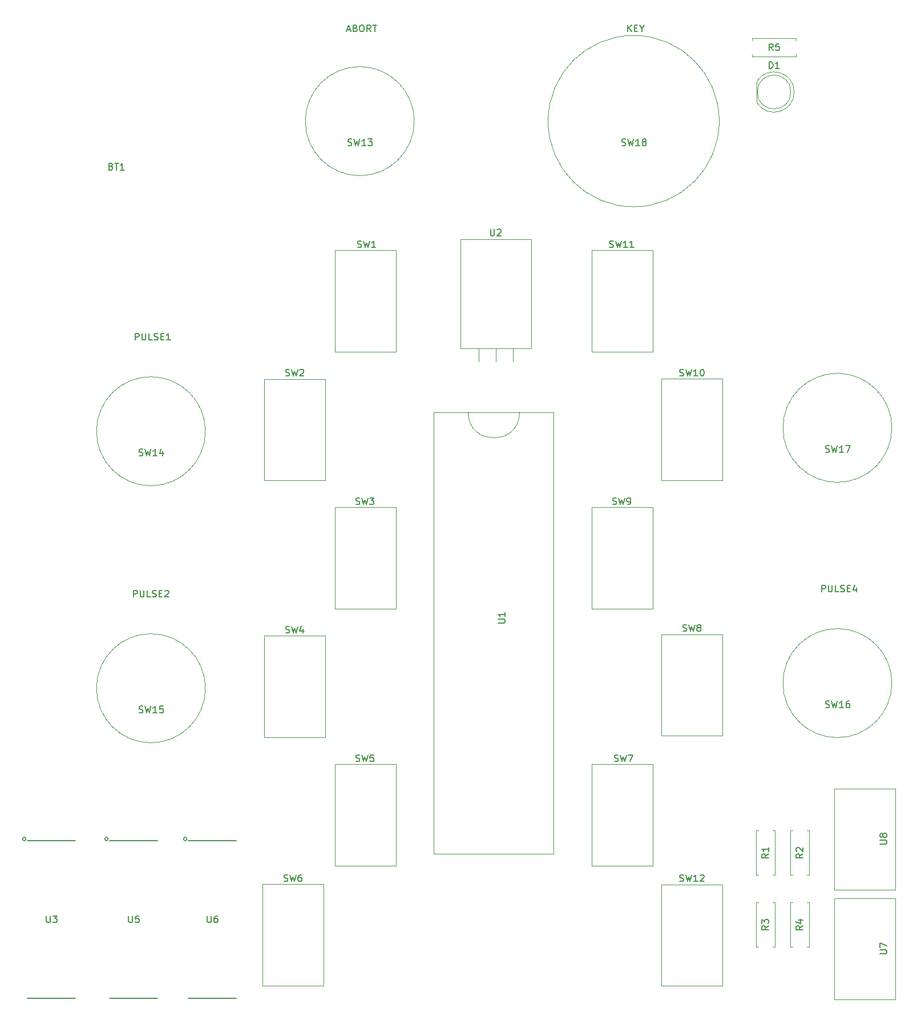
<source format=gto>
G04 #@! TF.GenerationSoftware,KiCad,Pcbnew,(5.1.10)-1*
G04 #@! TF.CreationDate,2021-07-26T11:56:24-04:00*
G04 #@! TF.ProjectId,Launchbox,4c61756e-6368-4626-9f78-2e6b69636164,Launchbox*
G04 #@! TF.SameCoordinates,Original*
G04 #@! TF.FileFunction,Legend,Top*
G04 #@! TF.FilePolarity,Positive*
%FSLAX46Y46*%
G04 Gerber Fmt 4.6, Leading zero omitted, Abs format (unit mm)*
G04 Created by KiCad (PCBNEW (5.1.10)-1) date 2021-07-26 11:56:24*
%MOMM*%
%LPD*%
G01*
G04 APERTURE LIST*
%ADD10C,0.150000*%
%ADD11C,0.120000*%
%ADD12C,0.101600*%
%ADD13C,0.203200*%
G04 APERTURE END LIST*
D10*
X119761142Y-32710380D02*
X119761142Y-31710380D01*
X120332571Y-32710380D02*
X119904000Y-32138952D01*
X120332571Y-31710380D02*
X119761142Y-32281809D01*
X120761142Y-32186571D02*
X121094476Y-32186571D01*
X121237333Y-32710380D02*
X120761142Y-32710380D01*
X120761142Y-31710380D01*
X121237333Y-31710380D01*
X121856380Y-32234190D02*
X121856380Y-32710380D01*
X121523047Y-31710380D02*
X121856380Y-32234190D01*
X122189714Y-31710380D01*
X46680761Y-78430380D02*
X46680761Y-77430380D01*
X47061714Y-77430380D01*
X47156952Y-77478000D01*
X47204571Y-77525619D01*
X47252190Y-77620857D01*
X47252190Y-77763714D01*
X47204571Y-77858952D01*
X47156952Y-77906571D01*
X47061714Y-77954190D01*
X46680761Y-77954190D01*
X47680761Y-77430380D02*
X47680761Y-78239904D01*
X47728380Y-78335142D01*
X47776000Y-78382761D01*
X47871238Y-78430380D01*
X48061714Y-78430380D01*
X48156952Y-78382761D01*
X48204571Y-78335142D01*
X48252190Y-78239904D01*
X48252190Y-77430380D01*
X49204571Y-78430380D02*
X48728380Y-78430380D01*
X48728380Y-77430380D01*
X49490285Y-78382761D02*
X49633142Y-78430380D01*
X49871238Y-78430380D01*
X49966476Y-78382761D01*
X50014095Y-78335142D01*
X50061714Y-78239904D01*
X50061714Y-78144666D01*
X50014095Y-78049428D01*
X49966476Y-78001809D01*
X49871238Y-77954190D01*
X49680761Y-77906571D01*
X49585523Y-77858952D01*
X49537904Y-77811333D01*
X49490285Y-77716095D01*
X49490285Y-77620857D01*
X49537904Y-77525619D01*
X49585523Y-77478000D01*
X49680761Y-77430380D01*
X49918857Y-77430380D01*
X50061714Y-77478000D01*
X50490285Y-77906571D02*
X50823619Y-77906571D01*
X50966476Y-78430380D02*
X50490285Y-78430380D01*
X50490285Y-77430380D01*
X50966476Y-77430380D01*
X51918857Y-78430380D02*
X51347428Y-78430380D01*
X51633142Y-78430380D02*
X51633142Y-77430380D01*
X51537904Y-77573238D01*
X51442666Y-77668476D01*
X51347428Y-77716095D01*
X78121142Y-32424666D02*
X78597333Y-32424666D01*
X78025904Y-32710380D02*
X78359238Y-31710380D01*
X78692571Y-32710380D01*
X79359238Y-32186571D02*
X79502095Y-32234190D01*
X79549714Y-32281809D01*
X79597333Y-32377047D01*
X79597333Y-32519904D01*
X79549714Y-32615142D01*
X79502095Y-32662761D01*
X79406857Y-32710380D01*
X79025904Y-32710380D01*
X79025904Y-31710380D01*
X79359238Y-31710380D01*
X79454476Y-31758000D01*
X79502095Y-31805619D01*
X79549714Y-31900857D01*
X79549714Y-31996095D01*
X79502095Y-32091333D01*
X79454476Y-32138952D01*
X79359238Y-32186571D01*
X79025904Y-32186571D01*
X80216380Y-31710380D02*
X80406857Y-31710380D01*
X80502095Y-31758000D01*
X80597333Y-31853238D01*
X80644952Y-32043714D01*
X80644952Y-32377047D01*
X80597333Y-32567523D01*
X80502095Y-32662761D01*
X80406857Y-32710380D01*
X80216380Y-32710380D01*
X80121142Y-32662761D01*
X80025904Y-32567523D01*
X79978285Y-32377047D01*
X79978285Y-32043714D01*
X80025904Y-31853238D01*
X80121142Y-31758000D01*
X80216380Y-31710380D01*
X81644952Y-32710380D02*
X81311619Y-32234190D01*
X81073523Y-32710380D02*
X81073523Y-31710380D01*
X81454476Y-31710380D01*
X81549714Y-31758000D01*
X81597333Y-31805619D01*
X81644952Y-31900857D01*
X81644952Y-32043714D01*
X81597333Y-32138952D01*
X81549714Y-32186571D01*
X81454476Y-32234190D01*
X81073523Y-32234190D01*
X81930666Y-31710380D02*
X82502095Y-31710380D01*
X82216380Y-32710380D02*
X82216380Y-31710380D01*
X46426761Y-116530380D02*
X46426761Y-115530380D01*
X46807714Y-115530380D01*
X46902952Y-115578000D01*
X46950571Y-115625619D01*
X46998190Y-115720857D01*
X46998190Y-115863714D01*
X46950571Y-115958952D01*
X46902952Y-116006571D01*
X46807714Y-116054190D01*
X46426761Y-116054190D01*
X47426761Y-115530380D02*
X47426761Y-116339904D01*
X47474380Y-116435142D01*
X47522000Y-116482761D01*
X47617238Y-116530380D01*
X47807714Y-116530380D01*
X47902952Y-116482761D01*
X47950571Y-116435142D01*
X47998190Y-116339904D01*
X47998190Y-115530380D01*
X48950571Y-116530380D02*
X48474380Y-116530380D01*
X48474380Y-115530380D01*
X49236285Y-116482761D02*
X49379142Y-116530380D01*
X49617238Y-116530380D01*
X49712476Y-116482761D01*
X49760095Y-116435142D01*
X49807714Y-116339904D01*
X49807714Y-116244666D01*
X49760095Y-116149428D01*
X49712476Y-116101809D01*
X49617238Y-116054190D01*
X49426761Y-116006571D01*
X49331523Y-115958952D01*
X49283904Y-115911333D01*
X49236285Y-115816095D01*
X49236285Y-115720857D01*
X49283904Y-115625619D01*
X49331523Y-115578000D01*
X49426761Y-115530380D01*
X49664857Y-115530380D01*
X49807714Y-115578000D01*
X50236285Y-116006571D02*
X50569619Y-116006571D01*
X50712476Y-116530380D02*
X50236285Y-116530380D01*
X50236285Y-115530380D01*
X50712476Y-115530380D01*
X51093428Y-115625619D02*
X51141047Y-115578000D01*
X51236285Y-115530380D01*
X51474380Y-115530380D01*
X51569619Y-115578000D01*
X51617238Y-115625619D01*
X51664857Y-115720857D01*
X51664857Y-115816095D01*
X51617238Y-115958952D01*
X51045809Y-116530380D01*
X51664857Y-116530380D01*
X148534761Y-115768380D02*
X148534761Y-114768380D01*
X148915714Y-114768380D01*
X149010952Y-114816000D01*
X149058571Y-114863619D01*
X149106190Y-114958857D01*
X149106190Y-115101714D01*
X149058571Y-115196952D01*
X149010952Y-115244571D01*
X148915714Y-115292190D01*
X148534761Y-115292190D01*
X149534761Y-114768380D02*
X149534761Y-115577904D01*
X149582380Y-115673142D01*
X149630000Y-115720761D01*
X149725238Y-115768380D01*
X149915714Y-115768380D01*
X150010952Y-115720761D01*
X150058571Y-115673142D01*
X150106190Y-115577904D01*
X150106190Y-114768380D01*
X151058571Y-115768380D02*
X150582380Y-115768380D01*
X150582380Y-114768380D01*
X151344285Y-115720761D02*
X151487142Y-115768380D01*
X151725238Y-115768380D01*
X151820476Y-115720761D01*
X151868095Y-115673142D01*
X151915714Y-115577904D01*
X151915714Y-115482666D01*
X151868095Y-115387428D01*
X151820476Y-115339809D01*
X151725238Y-115292190D01*
X151534761Y-115244571D01*
X151439523Y-115196952D01*
X151391904Y-115149333D01*
X151344285Y-115054095D01*
X151344285Y-114958857D01*
X151391904Y-114863619D01*
X151439523Y-114816000D01*
X151534761Y-114768380D01*
X151772857Y-114768380D01*
X151915714Y-114816000D01*
X152344285Y-115244571D02*
X152677619Y-115244571D01*
X152820476Y-115768380D02*
X152344285Y-115768380D01*
X152344285Y-114768380D01*
X152820476Y-114768380D01*
X153677619Y-115101714D02*
X153677619Y-115768380D01*
X153439523Y-114720761D02*
X153201428Y-115435047D01*
X153820476Y-115435047D01*
D11*
X133350000Y-45974000D02*
G75*
G03*
X133350000Y-45974000I-12700000J0D01*
G01*
X158961000Y-91440000D02*
G75*
G03*
X158961000Y-91440000I-8085000J0D01*
G01*
X57107000Y-130048000D02*
G75*
G03*
X57107000Y-130048000I-8085000J0D01*
G01*
X158961000Y-129286000D02*
G75*
G03*
X158961000Y-129286000I-8085000J0D01*
G01*
X88095000Y-45974000D02*
G75*
G03*
X88095000Y-45974000I-8085000J0D01*
G01*
X57107000Y-91948000D02*
G75*
G03*
X57107000Y-91948000I-8085000J0D01*
G01*
D12*
X91015000Y-154619000D02*
X108795000Y-154619000D01*
X108795000Y-154619000D02*
X108795000Y-89139000D01*
X108795000Y-89139000D02*
X91015000Y-89139000D01*
X91015000Y-154619000D02*
X91015000Y-89139000D01*
X96095000Y-89139000D02*
G75*
G03*
X103715000Y-89139000I3810000J0D01*
G01*
D13*
X37846000Y-152654000D02*
X30734000Y-152654000D01*
X37846000Y-176022000D02*
X30734000Y-176022000D01*
X30480000Y-152400000D02*
G75*
G03*
X30480000Y-152400000I-254000J0D01*
G01*
D11*
X144748000Y-36422000D02*
X144748000Y-36092000D01*
X138208000Y-36422000D02*
X144748000Y-36422000D01*
X138208000Y-36092000D02*
X138208000Y-36422000D01*
X144748000Y-33682000D02*
X144748000Y-34012000D01*
X138208000Y-33682000D02*
X144748000Y-33682000D01*
X138208000Y-34012000D02*
X138208000Y-33682000D01*
X138918000Y-40111000D02*
X138918000Y-43201000D01*
X143978000Y-41656000D02*
G75*
G03*
X143978000Y-41656000I-2500000J0D01*
G01*
X144468000Y-41655538D02*
G75*
G02*
X138918000Y-43200830I-2990000J-462D01*
G01*
X144468000Y-41656462D02*
G75*
G03*
X138918000Y-40111170I-2990000J462D01*
G01*
D12*
X124786000Y-137040000D02*
X133786000Y-137040000D01*
X133786000Y-122040000D02*
X133786000Y-137040000D01*
X124786000Y-122040000D02*
X133786000Y-122040000D01*
X124786000Y-122040000D02*
X124786000Y-137040000D01*
D13*
X61722000Y-152654000D02*
X54610000Y-152654000D01*
X61722000Y-176022000D02*
X54610000Y-176022000D01*
X54356000Y-152400000D02*
G75*
G03*
X54356000Y-152400000I-254000J0D01*
G01*
D12*
X114455000Y-118229000D02*
X123455000Y-118229000D01*
X123455000Y-103229000D02*
X123455000Y-118229000D01*
X114455000Y-103229000D02*
X123455000Y-103229000D01*
X114455000Y-103229000D02*
X114455000Y-118229000D01*
X114455000Y-156329000D02*
X123455000Y-156329000D01*
X123455000Y-141329000D02*
X123455000Y-156329000D01*
X114455000Y-141329000D02*
X123455000Y-141329000D01*
X114455000Y-141329000D02*
X114455000Y-156329000D01*
D11*
X159440000Y-144907000D02*
X150440000Y-144907000D01*
X150440000Y-159893000D02*
X150440000Y-144907000D01*
X159440000Y-159893000D02*
X150440000Y-159893000D01*
X159440000Y-159893000D02*
X159440000Y-144907000D01*
D12*
X76355000Y-118229000D02*
X85355000Y-118229000D01*
X85355000Y-103229000D02*
X85355000Y-118229000D01*
X76355000Y-103229000D02*
X85355000Y-103229000D01*
X76355000Y-103229000D02*
X76355000Y-118229000D01*
X76355000Y-156329000D02*
X85355000Y-156329000D01*
X85355000Y-141329000D02*
X85355000Y-156329000D01*
X76355000Y-141329000D02*
X85355000Y-141329000D01*
X76355000Y-141329000D02*
X76355000Y-156329000D01*
D11*
X159440000Y-161163000D02*
X150440000Y-161163000D01*
X150440000Y-176149000D02*
X150440000Y-161163000D01*
X159440000Y-176149000D02*
X150440000Y-176149000D01*
X159440000Y-176149000D02*
X159440000Y-161163000D01*
D12*
X65858000Y-99194000D02*
X74858000Y-99194000D01*
X74858000Y-84194000D02*
X74858000Y-99194000D01*
X65858000Y-84194000D02*
X74858000Y-84194000D01*
X65858000Y-84194000D02*
X65858000Y-99194000D01*
X124786000Y-99179000D02*
X133786000Y-99179000D01*
X133786000Y-84179000D02*
X133786000Y-99179000D01*
X124786000Y-84179000D02*
X133786000Y-84179000D01*
X124786000Y-84179000D02*
X124786000Y-99179000D01*
X65858000Y-137279000D02*
X74858000Y-137279000D01*
X74858000Y-122279000D02*
X74858000Y-137279000D01*
X65858000Y-122279000D02*
X74858000Y-122279000D01*
X65858000Y-122279000D02*
X65858000Y-137279000D01*
X124786000Y-174124000D02*
X133786000Y-174124000D01*
X133786000Y-159124000D02*
X133786000Y-174124000D01*
X124786000Y-159124000D02*
X133786000Y-159124000D01*
X124786000Y-159124000D02*
X124786000Y-174124000D01*
D11*
X144248000Y-157702000D02*
X143918000Y-157702000D01*
X143918000Y-157702000D02*
X143918000Y-151162000D01*
X143918000Y-151162000D02*
X144248000Y-151162000D01*
X146328000Y-157702000D02*
X146658000Y-157702000D01*
X146658000Y-157702000D02*
X146658000Y-151162000D01*
X146658000Y-151162000D02*
X146328000Y-151162000D01*
X102710000Y-79634000D02*
X102710000Y-81594000D01*
X100170000Y-79634000D02*
X100170000Y-81594000D01*
X97630000Y-79634000D02*
X97630000Y-81594000D01*
X105420000Y-63524000D02*
X105420000Y-79634000D01*
X94920000Y-63524000D02*
X94920000Y-79634000D01*
X94920000Y-63524000D02*
X105420000Y-63524000D01*
X94920000Y-79634000D02*
X105420000Y-79634000D01*
D12*
X76355000Y-80129000D02*
X85355000Y-80129000D01*
X85355000Y-65129000D02*
X85355000Y-80129000D01*
X76355000Y-65129000D02*
X85355000Y-65129000D01*
X76355000Y-65129000D02*
X76355000Y-80129000D01*
D11*
X144248000Y-168370000D02*
X143918000Y-168370000D01*
X143918000Y-168370000D02*
X143918000Y-161830000D01*
X143918000Y-161830000D02*
X144248000Y-161830000D01*
X146328000Y-168370000D02*
X146658000Y-168370000D01*
X146658000Y-168370000D02*
X146658000Y-161830000D01*
X146658000Y-161830000D02*
X146328000Y-161830000D01*
D13*
X50038000Y-152654000D02*
X42926000Y-152654000D01*
X50038000Y-176022000D02*
X42926000Y-176022000D01*
X42672000Y-152400000D02*
G75*
G03*
X42672000Y-152400000I-254000J0D01*
G01*
D12*
X65604000Y-174109000D02*
X74604000Y-174109000D01*
X74604000Y-159109000D02*
X74604000Y-174109000D01*
X65604000Y-159109000D02*
X74604000Y-159109000D01*
X65604000Y-159109000D02*
X65604000Y-174109000D01*
D11*
X141248000Y-151162000D02*
X141578000Y-151162000D01*
X141578000Y-151162000D02*
X141578000Y-157702000D01*
X141578000Y-157702000D02*
X141248000Y-157702000D01*
X139168000Y-151162000D02*
X138838000Y-151162000D01*
X138838000Y-151162000D02*
X138838000Y-157702000D01*
X138838000Y-157702000D02*
X139168000Y-157702000D01*
D12*
X114455000Y-80129000D02*
X123455000Y-80129000D01*
X123455000Y-65129000D02*
X123455000Y-80129000D01*
X114455000Y-65129000D02*
X123455000Y-65129000D01*
X114455000Y-65129000D02*
X114455000Y-80129000D01*
D11*
X139168000Y-168370000D02*
X138838000Y-168370000D01*
X138838000Y-168370000D02*
X138838000Y-161830000D01*
X138838000Y-161830000D02*
X139168000Y-161830000D01*
X141248000Y-168370000D02*
X141578000Y-168370000D01*
X141578000Y-168370000D02*
X141578000Y-161830000D01*
X141578000Y-161830000D02*
X141248000Y-161830000D01*
D10*
X118881116Y-49569001D02*
X119023973Y-49616620D01*
X119262068Y-49616620D01*
X119357306Y-49569001D01*
X119404925Y-49521382D01*
X119452544Y-49426144D01*
X119452544Y-49330906D01*
X119404925Y-49235668D01*
X119357306Y-49188049D01*
X119262068Y-49140430D01*
X119071592Y-49092811D01*
X118976354Y-49045192D01*
X118928735Y-48997573D01*
X118881116Y-48902335D01*
X118881116Y-48807097D01*
X118928735Y-48711859D01*
X118976354Y-48664240D01*
X119071592Y-48616620D01*
X119309687Y-48616620D01*
X119452544Y-48664240D01*
X119785878Y-48616620D02*
X120023973Y-49616620D01*
X120214449Y-48902335D01*
X120404925Y-49616620D01*
X120643020Y-48616620D01*
X121547782Y-49616620D02*
X120976354Y-49616620D01*
X121262068Y-49616620D02*
X121262068Y-48616620D01*
X121166830Y-48759478D01*
X121071592Y-48854716D01*
X120976354Y-48902335D01*
X122119211Y-49045192D02*
X122023973Y-48997573D01*
X121976354Y-48949954D01*
X121928735Y-48854716D01*
X121928735Y-48807097D01*
X121976354Y-48711859D01*
X122023973Y-48664240D01*
X122119211Y-48616620D01*
X122309687Y-48616620D01*
X122404925Y-48664240D01*
X122452544Y-48711859D01*
X122500163Y-48807097D01*
X122500163Y-48854716D01*
X122452544Y-48949954D01*
X122404925Y-48997573D01*
X122309687Y-49045192D01*
X122119211Y-49045192D01*
X122023973Y-49092811D01*
X121976354Y-49140430D01*
X121928735Y-49235668D01*
X121928735Y-49426144D01*
X121976354Y-49521382D01*
X122023973Y-49569001D01*
X122119211Y-49616620D01*
X122309687Y-49616620D01*
X122404925Y-49569001D01*
X122452544Y-49521382D01*
X122500163Y-49426144D01*
X122500163Y-49235668D01*
X122452544Y-49140430D01*
X122404925Y-49092811D01*
X122309687Y-49045192D01*
X149107116Y-95035001D02*
X149249973Y-95082620D01*
X149488068Y-95082620D01*
X149583306Y-95035001D01*
X149630925Y-94987382D01*
X149678544Y-94892144D01*
X149678544Y-94796906D01*
X149630925Y-94701668D01*
X149583306Y-94654049D01*
X149488068Y-94606430D01*
X149297592Y-94558811D01*
X149202354Y-94511192D01*
X149154735Y-94463573D01*
X149107116Y-94368335D01*
X149107116Y-94273097D01*
X149154735Y-94177859D01*
X149202354Y-94130240D01*
X149297592Y-94082620D01*
X149535687Y-94082620D01*
X149678544Y-94130240D01*
X150011878Y-94082620D02*
X150249973Y-95082620D01*
X150440449Y-94368335D01*
X150630925Y-95082620D01*
X150869020Y-94082620D01*
X151773782Y-95082620D02*
X151202354Y-95082620D01*
X151488068Y-95082620D02*
X151488068Y-94082620D01*
X151392830Y-94225478D01*
X151297592Y-94320716D01*
X151202354Y-94368335D01*
X152107116Y-94082620D02*
X152773782Y-94082620D01*
X152345211Y-95082620D01*
X47253116Y-133643001D02*
X47395973Y-133690620D01*
X47634068Y-133690620D01*
X47729306Y-133643001D01*
X47776925Y-133595382D01*
X47824544Y-133500144D01*
X47824544Y-133404906D01*
X47776925Y-133309668D01*
X47729306Y-133262049D01*
X47634068Y-133214430D01*
X47443592Y-133166811D01*
X47348354Y-133119192D01*
X47300735Y-133071573D01*
X47253116Y-132976335D01*
X47253116Y-132881097D01*
X47300735Y-132785859D01*
X47348354Y-132738240D01*
X47443592Y-132690620D01*
X47681687Y-132690620D01*
X47824544Y-132738240D01*
X48157878Y-132690620D02*
X48395973Y-133690620D01*
X48586449Y-132976335D01*
X48776925Y-133690620D01*
X49015020Y-132690620D01*
X49919782Y-133690620D02*
X49348354Y-133690620D01*
X49634068Y-133690620D02*
X49634068Y-132690620D01*
X49538830Y-132833478D01*
X49443592Y-132928716D01*
X49348354Y-132976335D01*
X50824544Y-132690620D02*
X50348354Y-132690620D01*
X50300735Y-133166811D01*
X50348354Y-133119192D01*
X50443592Y-133071573D01*
X50681687Y-133071573D01*
X50776925Y-133119192D01*
X50824544Y-133166811D01*
X50872163Y-133262049D01*
X50872163Y-133500144D01*
X50824544Y-133595382D01*
X50776925Y-133643001D01*
X50681687Y-133690620D01*
X50443592Y-133690620D01*
X50348354Y-133643001D01*
X50300735Y-133595382D01*
X149107116Y-132881001D02*
X149249973Y-132928620D01*
X149488068Y-132928620D01*
X149583306Y-132881001D01*
X149630925Y-132833382D01*
X149678544Y-132738144D01*
X149678544Y-132642906D01*
X149630925Y-132547668D01*
X149583306Y-132500049D01*
X149488068Y-132452430D01*
X149297592Y-132404811D01*
X149202354Y-132357192D01*
X149154735Y-132309573D01*
X149107116Y-132214335D01*
X149107116Y-132119097D01*
X149154735Y-132023859D01*
X149202354Y-131976240D01*
X149297592Y-131928620D01*
X149535687Y-131928620D01*
X149678544Y-131976240D01*
X150011878Y-131928620D02*
X150249973Y-132928620D01*
X150440449Y-132214335D01*
X150630925Y-132928620D01*
X150869020Y-131928620D01*
X151773782Y-132928620D02*
X151202354Y-132928620D01*
X151488068Y-132928620D02*
X151488068Y-131928620D01*
X151392830Y-132071478D01*
X151297592Y-132166716D01*
X151202354Y-132214335D01*
X152630925Y-131928620D02*
X152440449Y-131928620D01*
X152345211Y-131976240D01*
X152297592Y-132023859D01*
X152202354Y-132166716D01*
X152154735Y-132357192D01*
X152154735Y-132738144D01*
X152202354Y-132833382D01*
X152249973Y-132881001D01*
X152345211Y-132928620D01*
X152535687Y-132928620D01*
X152630925Y-132881001D01*
X152678544Y-132833382D01*
X152726163Y-132738144D01*
X152726163Y-132500049D01*
X152678544Y-132404811D01*
X152630925Y-132357192D01*
X152535687Y-132309573D01*
X152345211Y-132309573D01*
X152249973Y-132357192D01*
X152202354Y-132404811D01*
X152154735Y-132500049D01*
X78241116Y-49569001D02*
X78383973Y-49616620D01*
X78622068Y-49616620D01*
X78717306Y-49569001D01*
X78764925Y-49521382D01*
X78812544Y-49426144D01*
X78812544Y-49330906D01*
X78764925Y-49235668D01*
X78717306Y-49188049D01*
X78622068Y-49140430D01*
X78431592Y-49092811D01*
X78336354Y-49045192D01*
X78288735Y-48997573D01*
X78241116Y-48902335D01*
X78241116Y-48807097D01*
X78288735Y-48711859D01*
X78336354Y-48664240D01*
X78431592Y-48616620D01*
X78669687Y-48616620D01*
X78812544Y-48664240D01*
X79145878Y-48616620D02*
X79383973Y-49616620D01*
X79574449Y-48902335D01*
X79764925Y-49616620D01*
X80003020Y-48616620D01*
X80907782Y-49616620D02*
X80336354Y-49616620D01*
X80622068Y-49616620D02*
X80622068Y-48616620D01*
X80526830Y-48759478D01*
X80431592Y-48854716D01*
X80336354Y-48902335D01*
X81241116Y-48616620D02*
X81860163Y-48616620D01*
X81526830Y-48997573D01*
X81669687Y-48997573D01*
X81764925Y-49045192D01*
X81812544Y-49092811D01*
X81860163Y-49188049D01*
X81860163Y-49426144D01*
X81812544Y-49521382D01*
X81764925Y-49569001D01*
X81669687Y-49616620D01*
X81383973Y-49616620D01*
X81288735Y-49569001D01*
X81241116Y-49521382D01*
X47253116Y-95543001D02*
X47395973Y-95590620D01*
X47634068Y-95590620D01*
X47729306Y-95543001D01*
X47776925Y-95495382D01*
X47824544Y-95400144D01*
X47824544Y-95304906D01*
X47776925Y-95209668D01*
X47729306Y-95162049D01*
X47634068Y-95114430D01*
X47443592Y-95066811D01*
X47348354Y-95019192D01*
X47300735Y-94971573D01*
X47253116Y-94876335D01*
X47253116Y-94781097D01*
X47300735Y-94685859D01*
X47348354Y-94638240D01*
X47443592Y-94590620D01*
X47681687Y-94590620D01*
X47824544Y-94638240D01*
X48157878Y-94590620D02*
X48395973Y-95590620D01*
X48586449Y-94876335D01*
X48776925Y-95590620D01*
X49015020Y-94590620D01*
X49919782Y-95590620D02*
X49348354Y-95590620D01*
X49634068Y-95590620D02*
X49634068Y-94590620D01*
X49538830Y-94733478D01*
X49443592Y-94828716D01*
X49348354Y-94876335D01*
X50776925Y-94923954D02*
X50776925Y-95590620D01*
X50538830Y-94543001D02*
X50300735Y-95257287D01*
X50919782Y-95257287D01*
X100544380Y-120380904D02*
X101353904Y-120380904D01*
X101449142Y-120333285D01*
X101496761Y-120285666D01*
X101544380Y-120190428D01*
X101544380Y-119999952D01*
X101496761Y-119904714D01*
X101449142Y-119857095D01*
X101353904Y-119809476D01*
X100544380Y-119809476D01*
X101544380Y-118809476D02*
X101544380Y-119380904D01*
X101544380Y-119095190D02*
X100544380Y-119095190D01*
X100687238Y-119190428D01*
X100782476Y-119285666D01*
X100830095Y-119380904D01*
X33528095Y-163790380D02*
X33528095Y-164599904D01*
X33575714Y-164695142D01*
X33623333Y-164742761D01*
X33718571Y-164790380D01*
X33909047Y-164790380D01*
X34004285Y-164742761D01*
X34051904Y-164695142D01*
X34099523Y-164599904D01*
X34099523Y-163790380D01*
X34480476Y-163790380D02*
X35099523Y-163790380D01*
X34766190Y-164171333D01*
X34909047Y-164171333D01*
X35004285Y-164218952D01*
X35051904Y-164266571D01*
X35099523Y-164361809D01*
X35099523Y-164599904D01*
X35051904Y-164695142D01*
X35004285Y-164742761D01*
X34909047Y-164790380D01*
X34623333Y-164790380D01*
X34528095Y-164742761D01*
X34480476Y-164695142D01*
X141311333Y-35504380D02*
X140978000Y-35028190D01*
X140739904Y-35504380D02*
X140739904Y-34504380D01*
X141120857Y-34504380D01*
X141216095Y-34552000D01*
X141263714Y-34599619D01*
X141311333Y-34694857D01*
X141311333Y-34837714D01*
X141263714Y-34932952D01*
X141216095Y-34980571D01*
X141120857Y-35028190D01*
X140739904Y-35028190D01*
X142216095Y-34504380D02*
X141739904Y-34504380D01*
X141692285Y-34980571D01*
X141739904Y-34932952D01*
X141835142Y-34885333D01*
X142073238Y-34885333D01*
X142168476Y-34932952D01*
X142216095Y-34980571D01*
X142263714Y-35075809D01*
X142263714Y-35313904D01*
X142216095Y-35409142D01*
X142168476Y-35456761D01*
X142073238Y-35504380D01*
X141835142Y-35504380D01*
X141739904Y-35456761D01*
X141692285Y-35409142D01*
X140739904Y-38148380D02*
X140739904Y-37148380D01*
X140978000Y-37148380D01*
X141120857Y-37196000D01*
X141216095Y-37291238D01*
X141263714Y-37386476D01*
X141311333Y-37576952D01*
X141311333Y-37719809D01*
X141263714Y-37910285D01*
X141216095Y-38005523D01*
X141120857Y-38100761D01*
X140978000Y-38148380D01*
X140739904Y-38148380D01*
X142263714Y-38148380D02*
X141692285Y-38148380D01*
X141978000Y-38148380D02*
X141978000Y-37148380D01*
X141882761Y-37291238D01*
X141787523Y-37386476D01*
X141692285Y-37434095D01*
X127952666Y-121562761D02*
X128095523Y-121610380D01*
X128333619Y-121610380D01*
X128428857Y-121562761D01*
X128476476Y-121515142D01*
X128524095Y-121419904D01*
X128524095Y-121324666D01*
X128476476Y-121229428D01*
X128428857Y-121181809D01*
X128333619Y-121134190D01*
X128143142Y-121086571D01*
X128047904Y-121038952D01*
X128000285Y-120991333D01*
X127952666Y-120896095D01*
X127952666Y-120800857D01*
X128000285Y-120705619D01*
X128047904Y-120658000D01*
X128143142Y-120610380D01*
X128381238Y-120610380D01*
X128524095Y-120658000D01*
X128857428Y-120610380D02*
X129095523Y-121610380D01*
X129286000Y-120896095D01*
X129476476Y-121610380D01*
X129714571Y-120610380D01*
X130238380Y-121038952D02*
X130143142Y-120991333D01*
X130095523Y-120943714D01*
X130047904Y-120848476D01*
X130047904Y-120800857D01*
X130095523Y-120705619D01*
X130143142Y-120658000D01*
X130238380Y-120610380D01*
X130428857Y-120610380D01*
X130524095Y-120658000D01*
X130571714Y-120705619D01*
X130619333Y-120800857D01*
X130619333Y-120848476D01*
X130571714Y-120943714D01*
X130524095Y-120991333D01*
X130428857Y-121038952D01*
X130238380Y-121038952D01*
X130143142Y-121086571D01*
X130095523Y-121134190D01*
X130047904Y-121229428D01*
X130047904Y-121419904D01*
X130095523Y-121515142D01*
X130143142Y-121562761D01*
X130238380Y-121610380D01*
X130428857Y-121610380D01*
X130524095Y-121562761D01*
X130571714Y-121515142D01*
X130619333Y-121419904D01*
X130619333Y-121229428D01*
X130571714Y-121134190D01*
X130524095Y-121086571D01*
X130428857Y-121038952D01*
X57404095Y-163790380D02*
X57404095Y-164599904D01*
X57451714Y-164695142D01*
X57499333Y-164742761D01*
X57594571Y-164790380D01*
X57785047Y-164790380D01*
X57880285Y-164742761D01*
X57927904Y-164695142D01*
X57975523Y-164599904D01*
X57975523Y-163790380D01*
X58880285Y-163790380D02*
X58689809Y-163790380D01*
X58594571Y-163838000D01*
X58546952Y-163885619D01*
X58451714Y-164028476D01*
X58404095Y-164218952D01*
X58404095Y-164599904D01*
X58451714Y-164695142D01*
X58499333Y-164742761D01*
X58594571Y-164790380D01*
X58785047Y-164790380D01*
X58880285Y-164742761D01*
X58927904Y-164695142D01*
X58975523Y-164599904D01*
X58975523Y-164361809D01*
X58927904Y-164266571D01*
X58880285Y-164218952D01*
X58785047Y-164171333D01*
X58594571Y-164171333D01*
X58499333Y-164218952D01*
X58451714Y-164266571D01*
X58404095Y-164361809D01*
X117538666Y-102766761D02*
X117681523Y-102814380D01*
X117919619Y-102814380D01*
X118014857Y-102766761D01*
X118062476Y-102719142D01*
X118110095Y-102623904D01*
X118110095Y-102528666D01*
X118062476Y-102433428D01*
X118014857Y-102385809D01*
X117919619Y-102338190D01*
X117729142Y-102290571D01*
X117633904Y-102242952D01*
X117586285Y-102195333D01*
X117538666Y-102100095D01*
X117538666Y-102004857D01*
X117586285Y-101909619D01*
X117633904Y-101862000D01*
X117729142Y-101814380D01*
X117967238Y-101814380D01*
X118110095Y-101862000D01*
X118443428Y-101814380D02*
X118681523Y-102814380D01*
X118872000Y-102100095D01*
X119062476Y-102814380D01*
X119300571Y-101814380D01*
X119729142Y-102814380D02*
X119919619Y-102814380D01*
X120014857Y-102766761D01*
X120062476Y-102719142D01*
X120157714Y-102576285D01*
X120205333Y-102385809D01*
X120205333Y-102004857D01*
X120157714Y-101909619D01*
X120110095Y-101862000D01*
X120014857Y-101814380D01*
X119824380Y-101814380D01*
X119729142Y-101862000D01*
X119681523Y-101909619D01*
X119633904Y-102004857D01*
X119633904Y-102242952D01*
X119681523Y-102338190D01*
X119729142Y-102385809D01*
X119824380Y-102433428D01*
X120014857Y-102433428D01*
X120110095Y-102385809D01*
X120157714Y-102338190D01*
X120205333Y-102242952D01*
X117792666Y-140866761D02*
X117935523Y-140914380D01*
X118173619Y-140914380D01*
X118268857Y-140866761D01*
X118316476Y-140819142D01*
X118364095Y-140723904D01*
X118364095Y-140628666D01*
X118316476Y-140533428D01*
X118268857Y-140485809D01*
X118173619Y-140438190D01*
X117983142Y-140390571D01*
X117887904Y-140342952D01*
X117840285Y-140295333D01*
X117792666Y-140200095D01*
X117792666Y-140104857D01*
X117840285Y-140009619D01*
X117887904Y-139962000D01*
X117983142Y-139914380D01*
X118221238Y-139914380D01*
X118364095Y-139962000D01*
X118697428Y-139914380D02*
X118935523Y-140914380D01*
X119126000Y-140200095D01*
X119316476Y-140914380D01*
X119554571Y-139914380D01*
X119840285Y-139914380D02*
X120506952Y-139914380D01*
X120078380Y-140914380D01*
X157186380Y-153141904D02*
X157995904Y-153141904D01*
X158091142Y-153094285D01*
X158138761Y-153046666D01*
X158186380Y-152951428D01*
X158186380Y-152760952D01*
X158138761Y-152665714D01*
X158091142Y-152618095D01*
X157995904Y-152570476D01*
X157186380Y-152570476D01*
X157614952Y-151951428D02*
X157567333Y-152046666D01*
X157519714Y-152094285D01*
X157424476Y-152141904D01*
X157376857Y-152141904D01*
X157281619Y-152094285D01*
X157234000Y-152046666D01*
X157186380Y-151951428D01*
X157186380Y-151760952D01*
X157234000Y-151665714D01*
X157281619Y-151618095D01*
X157376857Y-151570476D01*
X157424476Y-151570476D01*
X157519714Y-151618095D01*
X157567333Y-151665714D01*
X157614952Y-151760952D01*
X157614952Y-151951428D01*
X157662571Y-152046666D01*
X157710190Y-152094285D01*
X157805428Y-152141904D01*
X157995904Y-152141904D01*
X158091142Y-152094285D01*
X158138761Y-152046666D01*
X158186380Y-151951428D01*
X158186380Y-151760952D01*
X158138761Y-151665714D01*
X158091142Y-151618095D01*
X157995904Y-151570476D01*
X157805428Y-151570476D01*
X157710190Y-151618095D01*
X157662571Y-151665714D01*
X157614952Y-151760952D01*
X79438666Y-102766761D02*
X79581523Y-102814380D01*
X79819619Y-102814380D01*
X79914857Y-102766761D01*
X79962476Y-102719142D01*
X80010095Y-102623904D01*
X80010095Y-102528666D01*
X79962476Y-102433428D01*
X79914857Y-102385809D01*
X79819619Y-102338190D01*
X79629142Y-102290571D01*
X79533904Y-102242952D01*
X79486285Y-102195333D01*
X79438666Y-102100095D01*
X79438666Y-102004857D01*
X79486285Y-101909619D01*
X79533904Y-101862000D01*
X79629142Y-101814380D01*
X79867238Y-101814380D01*
X80010095Y-101862000D01*
X80343428Y-101814380D02*
X80581523Y-102814380D01*
X80772000Y-102100095D01*
X80962476Y-102814380D01*
X81200571Y-101814380D01*
X81486285Y-101814380D02*
X82105333Y-101814380D01*
X81772000Y-102195333D01*
X81914857Y-102195333D01*
X82010095Y-102242952D01*
X82057714Y-102290571D01*
X82105333Y-102385809D01*
X82105333Y-102623904D01*
X82057714Y-102719142D01*
X82010095Y-102766761D01*
X81914857Y-102814380D01*
X81629142Y-102814380D01*
X81533904Y-102766761D01*
X81486285Y-102719142D01*
X79438666Y-140866761D02*
X79581523Y-140914380D01*
X79819619Y-140914380D01*
X79914857Y-140866761D01*
X79962476Y-140819142D01*
X80010095Y-140723904D01*
X80010095Y-140628666D01*
X79962476Y-140533428D01*
X79914857Y-140485809D01*
X79819619Y-140438190D01*
X79629142Y-140390571D01*
X79533904Y-140342952D01*
X79486285Y-140295333D01*
X79438666Y-140200095D01*
X79438666Y-140104857D01*
X79486285Y-140009619D01*
X79533904Y-139962000D01*
X79629142Y-139914380D01*
X79867238Y-139914380D01*
X80010095Y-139962000D01*
X80343428Y-139914380D02*
X80581523Y-140914380D01*
X80772000Y-140200095D01*
X80962476Y-140914380D01*
X81200571Y-139914380D01*
X82057714Y-139914380D02*
X81581523Y-139914380D01*
X81533904Y-140390571D01*
X81581523Y-140342952D01*
X81676761Y-140295333D01*
X81914857Y-140295333D01*
X82010095Y-140342952D01*
X82057714Y-140390571D01*
X82105333Y-140485809D01*
X82105333Y-140723904D01*
X82057714Y-140819142D01*
X82010095Y-140866761D01*
X81914857Y-140914380D01*
X81676761Y-140914380D01*
X81581523Y-140866761D01*
X81533904Y-140819142D01*
X157186380Y-169397904D02*
X157995904Y-169397904D01*
X158091142Y-169350285D01*
X158138761Y-169302666D01*
X158186380Y-169207428D01*
X158186380Y-169016952D01*
X158138761Y-168921714D01*
X158091142Y-168874095D01*
X157995904Y-168826476D01*
X157186380Y-168826476D01*
X157186380Y-168445523D02*
X157186380Y-167778857D01*
X158186380Y-168207428D01*
X69024666Y-83716761D02*
X69167523Y-83764380D01*
X69405619Y-83764380D01*
X69500857Y-83716761D01*
X69548476Y-83669142D01*
X69596095Y-83573904D01*
X69596095Y-83478666D01*
X69548476Y-83383428D01*
X69500857Y-83335809D01*
X69405619Y-83288190D01*
X69215142Y-83240571D01*
X69119904Y-83192952D01*
X69072285Y-83145333D01*
X69024666Y-83050095D01*
X69024666Y-82954857D01*
X69072285Y-82859619D01*
X69119904Y-82812000D01*
X69215142Y-82764380D01*
X69453238Y-82764380D01*
X69596095Y-82812000D01*
X69929428Y-82764380D02*
X70167523Y-83764380D01*
X70358000Y-83050095D01*
X70548476Y-83764380D01*
X70786571Y-82764380D01*
X71119904Y-82859619D02*
X71167523Y-82812000D01*
X71262761Y-82764380D01*
X71500857Y-82764380D01*
X71596095Y-82812000D01*
X71643714Y-82859619D01*
X71691333Y-82954857D01*
X71691333Y-83050095D01*
X71643714Y-83192952D01*
X71072285Y-83764380D01*
X71691333Y-83764380D01*
X127476476Y-83716761D02*
X127619333Y-83764380D01*
X127857428Y-83764380D01*
X127952666Y-83716761D01*
X128000285Y-83669142D01*
X128047904Y-83573904D01*
X128047904Y-83478666D01*
X128000285Y-83383428D01*
X127952666Y-83335809D01*
X127857428Y-83288190D01*
X127666952Y-83240571D01*
X127571714Y-83192952D01*
X127524095Y-83145333D01*
X127476476Y-83050095D01*
X127476476Y-82954857D01*
X127524095Y-82859619D01*
X127571714Y-82812000D01*
X127666952Y-82764380D01*
X127905047Y-82764380D01*
X128047904Y-82812000D01*
X128381238Y-82764380D02*
X128619333Y-83764380D01*
X128809809Y-83050095D01*
X129000285Y-83764380D01*
X129238380Y-82764380D01*
X130143142Y-83764380D02*
X129571714Y-83764380D01*
X129857428Y-83764380D02*
X129857428Y-82764380D01*
X129762190Y-82907238D01*
X129666952Y-83002476D01*
X129571714Y-83050095D01*
X130762190Y-82764380D02*
X130857428Y-82764380D01*
X130952666Y-82812000D01*
X131000285Y-82859619D01*
X131047904Y-82954857D01*
X131095523Y-83145333D01*
X131095523Y-83383428D01*
X131047904Y-83573904D01*
X131000285Y-83669142D01*
X130952666Y-83716761D01*
X130857428Y-83764380D01*
X130762190Y-83764380D01*
X130666952Y-83716761D01*
X130619333Y-83669142D01*
X130571714Y-83573904D01*
X130524095Y-83383428D01*
X130524095Y-83145333D01*
X130571714Y-82954857D01*
X130619333Y-82859619D01*
X130666952Y-82812000D01*
X130762190Y-82764380D01*
X69024666Y-121816761D02*
X69167523Y-121864380D01*
X69405619Y-121864380D01*
X69500857Y-121816761D01*
X69548476Y-121769142D01*
X69596095Y-121673904D01*
X69596095Y-121578666D01*
X69548476Y-121483428D01*
X69500857Y-121435809D01*
X69405619Y-121388190D01*
X69215142Y-121340571D01*
X69119904Y-121292952D01*
X69072285Y-121245333D01*
X69024666Y-121150095D01*
X69024666Y-121054857D01*
X69072285Y-120959619D01*
X69119904Y-120912000D01*
X69215142Y-120864380D01*
X69453238Y-120864380D01*
X69596095Y-120912000D01*
X69929428Y-120864380D02*
X70167523Y-121864380D01*
X70358000Y-121150095D01*
X70548476Y-121864380D01*
X70786571Y-120864380D01*
X71596095Y-121197714D02*
X71596095Y-121864380D01*
X71358000Y-120816761D02*
X71119904Y-121531047D01*
X71738952Y-121531047D01*
X127476476Y-158646761D02*
X127619333Y-158694380D01*
X127857428Y-158694380D01*
X127952666Y-158646761D01*
X128000285Y-158599142D01*
X128047904Y-158503904D01*
X128047904Y-158408666D01*
X128000285Y-158313428D01*
X127952666Y-158265809D01*
X127857428Y-158218190D01*
X127666952Y-158170571D01*
X127571714Y-158122952D01*
X127524095Y-158075333D01*
X127476476Y-157980095D01*
X127476476Y-157884857D01*
X127524095Y-157789619D01*
X127571714Y-157742000D01*
X127666952Y-157694380D01*
X127905047Y-157694380D01*
X128047904Y-157742000D01*
X128381238Y-157694380D02*
X128619333Y-158694380D01*
X128809809Y-157980095D01*
X129000285Y-158694380D01*
X129238380Y-157694380D01*
X130143142Y-158694380D02*
X129571714Y-158694380D01*
X129857428Y-158694380D02*
X129857428Y-157694380D01*
X129762190Y-157837238D01*
X129666952Y-157932476D01*
X129571714Y-157980095D01*
X130524095Y-157789619D02*
X130571714Y-157742000D01*
X130666952Y-157694380D01*
X130905047Y-157694380D01*
X131000285Y-157742000D01*
X131047904Y-157789619D01*
X131095523Y-157884857D01*
X131095523Y-157980095D01*
X131047904Y-158122952D01*
X130476476Y-158694380D01*
X131095523Y-158694380D01*
X145740380Y-154598666D02*
X145264190Y-154932000D01*
X145740380Y-155170095D02*
X144740380Y-155170095D01*
X144740380Y-154789142D01*
X144788000Y-154693904D01*
X144835619Y-154646285D01*
X144930857Y-154598666D01*
X145073714Y-154598666D01*
X145168952Y-154646285D01*
X145216571Y-154693904D01*
X145264190Y-154789142D01*
X145264190Y-155170095D01*
X144835619Y-154217714D02*
X144788000Y-154170095D01*
X144740380Y-154074857D01*
X144740380Y-153836761D01*
X144788000Y-153741523D01*
X144835619Y-153693904D01*
X144930857Y-153646285D01*
X145026095Y-153646285D01*
X145168952Y-153693904D01*
X145740380Y-154265333D01*
X145740380Y-153646285D01*
X99408095Y-61976380D02*
X99408095Y-62785904D01*
X99455714Y-62881142D01*
X99503333Y-62928761D01*
X99598571Y-62976380D01*
X99789047Y-62976380D01*
X99884285Y-62928761D01*
X99931904Y-62881142D01*
X99979523Y-62785904D01*
X99979523Y-61976380D01*
X100408095Y-62071619D02*
X100455714Y-62024000D01*
X100550952Y-61976380D01*
X100789047Y-61976380D01*
X100884285Y-62024000D01*
X100931904Y-62071619D01*
X100979523Y-62166857D01*
X100979523Y-62262095D01*
X100931904Y-62404952D01*
X100360476Y-62976380D01*
X100979523Y-62976380D01*
X79692666Y-64666761D02*
X79835523Y-64714380D01*
X80073619Y-64714380D01*
X80168857Y-64666761D01*
X80216476Y-64619142D01*
X80264095Y-64523904D01*
X80264095Y-64428666D01*
X80216476Y-64333428D01*
X80168857Y-64285809D01*
X80073619Y-64238190D01*
X79883142Y-64190571D01*
X79787904Y-64142952D01*
X79740285Y-64095333D01*
X79692666Y-64000095D01*
X79692666Y-63904857D01*
X79740285Y-63809619D01*
X79787904Y-63762000D01*
X79883142Y-63714380D01*
X80121238Y-63714380D01*
X80264095Y-63762000D01*
X80597428Y-63714380D02*
X80835523Y-64714380D01*
X81026000Y-64000095D01*
X81216476Y-64714380D01*
X81454571Y-63714380D01*
X82359333Y-64714380D02*
X81787904Y-64714380D01*
X82073619Y-64714380D02*
X82073619Y-63714380D01*
X81978380Y-63857238D01*
X81883142Y-63952476D01*
X81787904Y-64000095D01*
X145740380Y-165266666D02*
X145264190Y-165600000D01*
X145740380Y-165838095D02*
X144740380Y-165838095D01*
X144740380Y-165457142D01*
X144788000Y-165361904D01*
X144835619Y-165314285D01*
X144930857Y-165266666D01*
X145073714Y-165266666D01*
X145168952Y-165314285D01*
X145216571Y-165361904D01*
X145264190Y-165457142D01*
X145264190Y-165838095D01*
X145073714Y-164409523D02*
X145740380Y-164409523D01*
X144692761Y-164647619D02*
X145407047Y-164885714D01*
X145407047Y-164266666D01*
X45720095Y-163790380D02*
X45720095Y-164599904D01*
X45767714Y-164695142D01*
X45815333Y-164742761D01*
X45910571Y-164790380D01*
X46101047Y-164790380D01*
X46196285Y-164742761D01*
X46243904Y-164695142D01*
X46291523Y-164599904D01*
X46291523Y-163790380D01*
X47243904Y-163790380D02*
X46767714Y-163790380D01*
X46720095Y-164266571D01*
X46767714Y-164218952D01*
X46862952Y-164171333D01*
X47101047Y-164171333D01*
X47196285Y-164218952D01*
X47243904Y-164266571D01*
X47291523Y-164361809D01*
X47291523Y-164599904D01*
X47243904Y-164695142D01*
X47196285Y-164742761D01*
X47101047Y-164790380D01*
X46862952Y-164790380D01*
X46767714Y-164742761D01*
X46720095Y-164695142D01*
X43112285Y-52682571D02*
X43255142Y-52730190D01*
X43302761Y-52777809D01*
X43350380Y-52873047D01*
X43350380Y-53015904D01*
X43302761Y-53111142D01*
X43255142Y-53158761D01*
X43159904Y-53206380D01*
X42778952Y-53206380D01*
X42778952Y-52206380D01*
X43112285Y-52206380D01*
X43207523Y-52254000D01*
X43255142Y-52301619D01*
X43302761Y-52396857D01*
X43302761Y-52492095D01*
X43255142Y-52587333D01*
X43207523Y-52634952D01*
X43112285Y-52682571D01*
X42778952Y-52682571D01*
X43636095Y-52206380D02*
X44207523Y-52206380D01*
X43921809Y-53206380D02*
X43921809Y-52206380D01*
X45064666Y-53206380D02*
X44493238Y-53206380D01*
X44778952Y-53206380D02*
X44778952Y-52206380D01*
X44683714Y-52349238D01*
X44588476Y-52444476D01*
X44493238Y-52492095D01*
X68770666Y-158646761D02*
X68913523Y-158694380D01*
X69151619Y-158694380D01*
X69246857Y-158646761D01*
X69294476Y-158599142D01*
X69342095Y-158503904D01*
X69342095Y-158408666D01*
X69294476Y-158313428D01*
X69246857Y-158265809D01*
X69151619Y-158218190D01*
X68961142Y-158170571D01*
X68865904Y-158122952D01*
X68818285Y-158075333D01*
X68770666Y-157980095D01*
X68770666Y-157884857D01*
X68818285Y-157789619D01*
X68865904Y-157742000D01*
X68961142Y-157694380D01*
X69199238Y-157694380D01*
X69342095Y-157742000D01*
X69675428Y-157694380D02*
X69913523Y-158694380D01*
X70104000Y-157980095D01*
X70294476Y-158694380D01*
X70532571Y-157694380D01*
X71342095Y-157694380D02*
X71151619Y-157694380D01*
X71056380Y-157742000D01*
X71008761Y-157789619D01*
X70913523Y-157932476D01*
X70865904Y-158122952D01*
X70865904Y-158503904D01*
X70913523Y-158599142D01*
X70961142Y-158646761D01*
X71056380Y-158694380D01*
X71246857Y-158694380D01*
X71342095Y-158646761D01*
X71389714Y-158599142D01*
X71437333Y-158503904D01*
X71437333Y-158265809D01*
X71389714Y-158170571D01*
X71342095Y-158122952D01*
X71246857Y-158075333D01*
X71056380Y-158075333D01*
X70961142Y-158122952D01*
X70913523Y-158170571D01*
X70865904Y-158265809D01*
X140660380Y-154598666D02*
X140184190Y-154932000D01*
X140660380Y-155170095D02*
X139660380Y-155170095D01*
X139660380Y-154789142D01*
X139708000Y-154693904D01*
X139755619Y-154646285D01*
X139850857Y-154598666D01*
X139993714Y-154598666D01*
X140088952Y-154646285D01*
X140136571Y-154693904D01*
X140184190Y-154789142D01*
X140184190Y-155170095D01*
X140660380Y-153646285D02*
X140660380Y-154217714D01*
X140660380Y-153932000D02*
X139660380Y-153932000D01*
X139803238Y-154027238D01*
X139898476Y-154122476D01*
X139946095Y-154217714D01*
X117062476Y-64666761D02*
X117205333Y-64714380D01*
X117443428Y-64714380D01*
X117538666Y-64666761D01*
X117586285Y-64619142D01*
X117633904Y-64523904D01*
X117633904Y-64428666D01*
X117586285Y-64333428D01*
X117538666Y-64285809D01*
X117443428Y-64238190D01*
X117252952Y-64190571D01*
X117157714Y-64142952D01*
X117110095Y-64095333D01*
X117062476Y-64000095D01*
X117062476Y-63904857D01*
X117110095Y-63809619D01*
X117157714Y-63762000D01*
X117252952Y-63714380D01*
X117491047Y-63714380D01*
X117633904Y-63762000D01*
X117967238Y-63714380D02*
X118205333Y-64714380D01*
X118395809Y-64000095D01*
X118586285Y-64714380D01*
X118824380Y-63714380D01*
X119729142Y-64714380D02*
X119157714Y-64714380D01*
X119443428Y-64714380D02*
X119443428Y-63714380D01*
X119348190Y-63857238D01*
X119252952Y-63952476D01*
X119157714Y-64000095D01*
X120681523Y-64714380D02*
X120110095Y-64714380D01*
X120395809Y-64714380D02*
X120395809Y-63714380D01*
X120300571Y-63857238D01*
X120205333Y-63952476D01*
X120110095Y-64000095D01*
X140660380Y-165266666D02*
X140184190Y-165600000D01*
X140660380Y-165838095D02*
X139660380Y-165838095D01*
X139660380Y-165457142D01*
X139708000Y-165361904D01*
X139755619Y-165314285D01*
X139850857Y-165266666D01*
X139993714Y-165266666D01*
X140088952Y-165314285D01*
X140136571Y-165361904D01*
X140184190Y-165457142D01*
X140184190Y-165838095D01*
X139660380Y-164933333D02*
X139660380Y-164314285D01*
X140041333Y-164647619D01*
X140041333Y-164504761D01*
X140088952Y-164409523D01*
X140136571Y-164361904D01*
X140231809Y-164314285D01*
X140469904Y-164314285D01*
X140565142Y-164361904D01*
X140612761Y-164409523D01*
X140660380Y-164504761D01*
X140660380Y-164790476D01*
X140612761Y-164885714D01*
X140565142Y-164933333D01*
M02*

</source>
